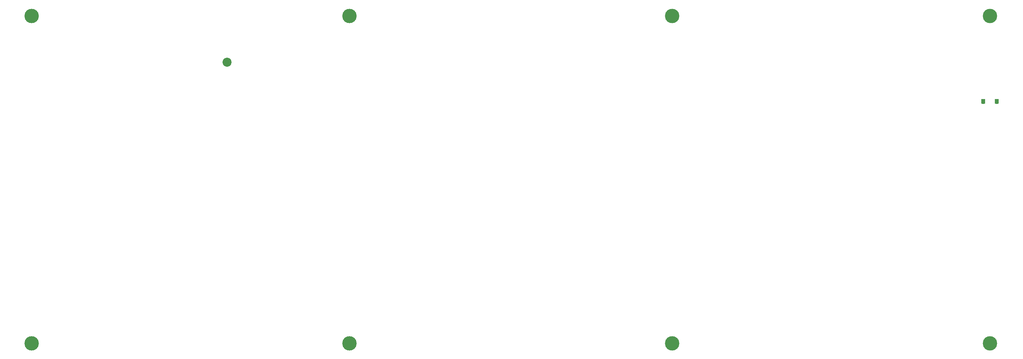
<source format=gbr>
G04 #@! TF.GenerationSoftware,KiCad,Pcbnew,(5.1.10-1-10_14)*
G04 #@! TF.CreationDate,2021-09-26T11:41:38-05:00*
G04 #@! TF.ProjectId,ori_bottom_plate,6f72695f-626f-4747-946f-6d5f706c6174,rev?*
G04 #@! TF.SameCoordinates,Original*
G04 #@! TF.FileFunction,Soldermask,Top*
G04 #@! TF.FilePolarity,Negative*
%FSLAX46Y46*%
G04 Gerber Fmt 4.6, Leading zero omitted, Abs format (unit mm)*
G04 Created by KiCad (PCBNEW (5.1.10-1-10_14)) date 2021-09-26 11:41:38*
%MOMM*%
%LPD*%
G01*
G04 APERTURE LIST*
%ADD10C,2.200000*%
%ADD11C,3.500000*%
G04 APERTURE END LIST*
G36*
G01*
X388211370Y-59168840D02*
X388211370Y-59868840D01*
G75*
G02*
X387961370Y-60118840I-250000J0D01*
G01*
X387461370Y-60118840D01*
G75*
G02*
X387211370Y-59868840I0J250000D01*
G01*
X387211370Y-59168840D01*
G75*
G02*
X387461370Y-58918840I250000J0D01*
G01*
X387961370Y-58918840D01*
G75*
G02*
X388211370Y-59168840I0J-250000D01*
G01*
G37*
G36*
G01*
X391511370Y-59168840D02*
X391511370Y-59868840D01*
G75*
G02*
X391261370Y-60118840I-250000J0D01*
G01*
X390761370Y-60118840D01*
G75*
G02*
X390511370Y-59868840I0J250000D01*
G01*
X390511370Y-59168840D01*
G75*
G02*
X390761370Y-58918840I250000J0D01*
G01*
X391261370Y-58918840D01*
G75*
G02*
X391511370Y-59168840I0J-250000D01*
G01*
G37*
D10*
X203623474Y-49993944D03*
D11*
X311970354Y-118454889D03*
X311970354Y-38682951D03*
X233389042Y-118454889D03*
X233389042Y-38682951D03*
X155998322Y-118454889D03*
X155998322Y-38683016D03*
X389360818Y-38683016D03*
X389360818Y-118454824D03*
M02*

</source>
